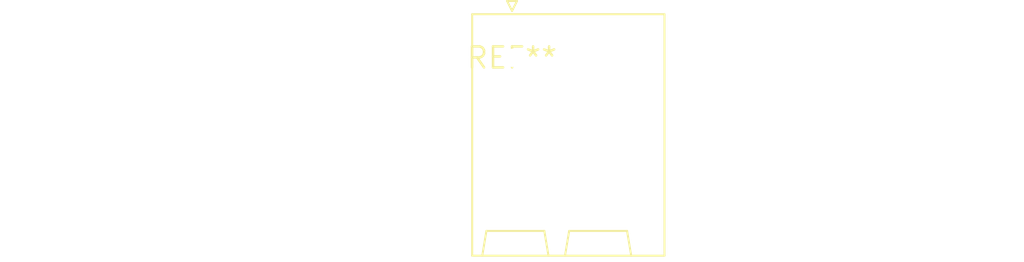
<source format=kicad_pcb>
(kicad_pcb (version 20240108) (generator pcbnew)
  (layers (0 "F.Cu" signal) (31 "B.Cu" signal) (34 "B.Paste" user) (35 "F.Paste" user) (36 "B.SilkS" user "B.Silkscreen") (37 "F.SilkS" user "F.Silkscreen") (38 "B.Mask" user) (39 "F.Mask" user) (44 "Edge.Cuts" user))
  (net 0 "")
  (footprint "PhoenixContact_SPT_2.5_2-H-5.0-EX_1x02_P5.0mm_Horizontal" (layer "F.Cu") (at 0 0)
    (property "Reference" "REF**")
    (property "Value" "PhoenixContact_SPT_2.5_2-H-5.0-EX_1x02_P5.0mm_Horizontal")
    (fp_line (start -2.41 -2.64) (end 9.21 -2.64) (layer "F.SilkS") (stroke (width 0.12)))
    (fp_line (start -2.41 11.98) (end -2.41 -2.64) (layer "F.SilkS") (stroke (width 0.12)))
    (fp_line (start -1.8 11.98) (end -1.55 10.48) (layer "F.SilkS") (stroke (width 0.12)))
    (fp_line (start -1.55 10.48) (end 1.95 10.48) (layer "F.SilkS") (stroke (width 0.12)))
    (fp_line (start -0.3 -3.44) (end 0 -2.84) (layer "F.SilkS") (stroke (width 0.12)))
    (fp_line (start -0.3 -3.44) (end 0.3 -3.44) (layer "F.SilkS") (stroke (width 0.12)))
    (fp_line (start 0.3 -3.44) (end 0 -2.84) (layer "F.SilkS") (stroke (width 0.12)))
    (fp_line (start 2.2 11.98) (end 1.95 10.48) (layer "F.SilkS") (stroke (width 0.12)))
    (fp_line (start 3.2 11.98) (end 3.45 10.48) (layer "F.SilkS") (stroke (width 0.12)))
    (fp_line (start 3.45 10.48) (end 6.95 10.48) (layer "F.SilkS") (stroke (width 0.12)))
    (fp_line (start 7.2 11.98) (end 6.95 10.48) (layer "F.SilkS") (stroke (width 0.12)))
    (fp_line (start 9.21 -2.64) (end 9.21 11.98) (layer "F.SilkS") (stroke (width 0.12)))
    (fp_line (start 9.21 11.98) (end -2.41 11.98) (layer "F.SilkS") (stroke (width 0.12)))
    (pad "1" thru_hole roundrect (at 0 0) (size 1.8 3.3) (drill 1.1) (layers *.Cu *.Mask) (remove_unused_layers) (roundrect_rratio 0.138889))
    (pad "1" thru_hole roundrect (at 0 8.2) (size 1.8 3.3) (drill 1.1) (layers *.Cu *.Mask) (remove_unused_layers) (roundrect_rratio 0.138889))
    (pad "2" thru_hole oval (at 5 0) (size 1.8 3.3) (drill 1.1) (layers *.Cu *.Mask) (remove_unused_layers))
    (pad "2" thru_hole oval (at 5 8.2) (size 1.8 3.3) (drill 1.1) (layers *.Cu *.Mask) (remove_unused_layers))
  )
)
</source>
